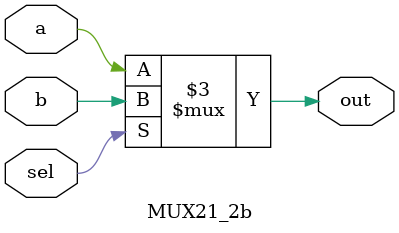
<source format=v>
module MUX21_2(out,a,b,sel);
input a,b,sel;
output out;
reg out;

always @(a or b or sel) begin
    if (sel == 0)
        out = a;
    else
        out = b;
end
    
endmodule

module MUX21_2b(out,a,b,sel);
input a,b,sel;
output out;
reg out;

always @(a or b or sel) begin
    if (sel)
        out = b;
    else
        out = a;
end
    
endmodule


</source>
